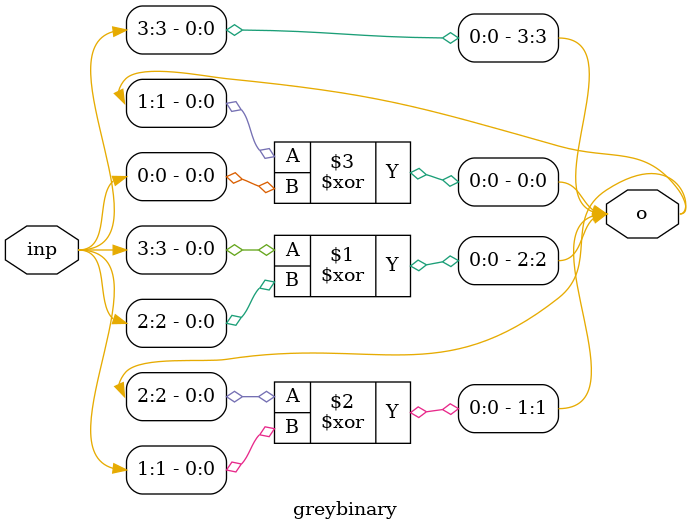
<source format=v>
`timescale 1ns / 1ps


module greybinary(
    input [3:0]inp,
    output [3:0]o
    );
    
    assign o[3]=inp[3];
    assign o[2]=o[3]^inp[2];
    assign o[1]=o[2]^inp[1];
    assign o[0]=o[1]^inp[0];
endmodule

</source>
